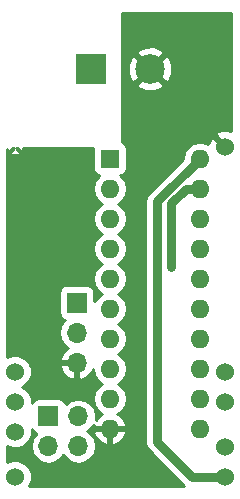
<source format=gbl>
G04 #@! TF.FileFunction,Copper,L2,Bot,Signal*
%FSLAX46Y46*%
G04 Gerber Fmt 4.6, Leading zero omitted, Abs format (unit mm)*
G04 Created by KiCad (PCBNEW 4.0.6+dfsg1-1) date Thu Mar 15 12:52:20 2018*
%MOMM*%
%LPD*%
G01*
G04 APERTURE LIST*
%ADD10C,0.100000*%
%ADD11R,1.700000X1.700000*%
%ADD12O,1.700000X1.700000*%
%ADD13R,2.500000X2.500000*%
%ADD14C,2.500000*%
%ADD15C,1.524000*%
%ADD16C,0.100000*%
%ADD17R,1.600000X1.600000*%
%ADD18O,1.600000X1.600000*%
%ADD19C,0.600000*%
%ADD20C,0.750000*%
%ADD21C,0.254000*%
G04 APERTURE END LIST*
D10*
D11*
X152600000Y-98600000D03*
D12*
X155140000Y-98600000D03*
X152600000Y-101140000D03*
X155140000Y-101140000D03*
D13*
X156200000Y-69200000D03*
D14*
X161200000Y-69200000D03*
D11*
X155000000Y-89000000D03*
D12*
X155000000Y-91540000D03*
X155000000Y-94080000D03*
D15*
X167551100Y-103733600D03*
X167551100Y-101193600D03*
X167551100Y-97383600D03*
X167551100Y-94843600D03*
X149771100Y-103733600D03*
D16*
X149771100Y-75793600D03*
D15*
X167551100Y-75793600D03*
X149771100Y-99923600D03*
X149771100Y-97383600D03*
X149771100Y-94843600D03*
D17*
X157800000Y-76800000D03*
D18*
X165420000Y-99660000D03*
X157800000Y-79340000D03*
X165420000Y-97120000D03*
X157800000Y-81880000D03*
X165420000Y-94580000D03*
X157800000Y-84420000D03*
X165420000Y-92040000D03*
X157800000Y-86960000D03*
X165420000Y-89500000D03*
X157800000Y-89500000D03*
X165420000Y-86960000D03*
X157800000Y-92040000D03*
X165420000Y-84420000D03*
X157800000Y-94580000D03*
X165420000Y-81880000D03*
X157800000Y-97120000D03*
X165420000Y-79340000D03*
X157800000Y-99660000D03*
X165420000Y-76800000D03*
D19*
X150400000Y-86800000D03*
X150400000Y-85400000D03*
X150400000Y-84200000D03*
X150400000Y-83000000D03*
X163000000Y-86000000D03*
D20*
X165420000Y-76800000D02*
X165400000Y-76800000D01*
X165400000Y-76800000D02*
X161800000Y-80400000D01*
X161800000Y-80400000D02*
X161800000Y-100800000D01*
X161800000Y-100800000D02*
X164733600Y-103733600D01*
X164733600Y-103733600D02*
X167551100Y-103733600D01*
X164260000Y-79340000D02*
X165420000Y-79340000D01*
X163000000Y-80600000D02*
X164260000Y-79340000D01*
X163000000Y-86000000D02*
X163000000Y-80600000D01*
D21*
G36*
X168090000Y-74502617D02*
X167758798Y-74384456D01*
X167203732Y-74412238D01*
X166819957Y-74571203D01*
X166750492Y-74813387D01*
X167551100Y-75613995D01*
X167565243Y-75599853D01*
X167744848Y-75779458D01*
X167730705Y-75793600D01*
X167744848Y-75807743D01*
X167565243Y-75987348D01*
X167551100Y-75973205D01*
X167536958Y-75987348D01*
X167357353Y-75807743D01*
X167371495Y-75793600D01*
X166570887Y-74992992D01*
X166328703Y-75062457D01*
X166146274Y-75573799D01*
X165997264Y-75474233D01*
X165448113Y-75365000D01*
X165391887Y-75365000D01*
X164842736Y-75474233D01*
X164377189Y-75785302D01*
X164066120Y-76250849D01*
X163956887Y-76800000D01*
X163959335Y-76812309D01*
X161085822Y-79685822D01*
X160866882Y-80013490D01*
X160790000Y-80400000D01*
X160790000Y-100800000D01*
X160866882Y-101186510D01*
X161085822Y-101514178D01*
X164019422Y-104447778D01*
X164082612Y-104490000D01*
X150969665Y-104490000D01*
X151167857Y-104012700D01*
X151168342Y-103456939D01*
X150956110Y-102943297D01*
X150563470Y-102549971D01*
X150050200Y-102336843D01*
X149494439Y-102336358D01*
X149110000Y-102495205D01*
X149110000Y-101161737D01*
X149492000Y-101320357D01*
X150047761Y-101320842D01*
X150561403Y-101108610D01*
X150954729Y-100715970D01*
X151167857Y-100202700D01*
X151168279Y-99718638D01*
X151285910Y-99901441D01*
X151498110Y-100046431D01*
X151565541Y-100060086D01*
X151520853Y-100089946D01*
X151198946Y-100571715D01*
X151085907Y-101140000D01*
X151198946Y-101708285D01*
X151520853Y-102190054D01*
X152002622Y-102511961D01*
X152570907Y-102625000D01*
X152629093Y-102625000D01*
X153197378Y-102511961D01*
X153679147Y-102190054D01*
X153870000Y-101904422D01*
X154060853Y-102190054D01*
X154542622Y-102511961D01*
X155110907Y-102625000D01*
X155169093Y-102625000D01*
X155737378Y-102511961D01*
X156219147Y-102190054D01*
X156541054Y-101708285D01*
X156654093Y-101140000D01*
X156541054Y-100571715D01*
X156219147Y-100089946D01*
X156098061Y-100009039D01*
X156408096Y-100009039D01*
X156568959Y-100397423D01*
X156944866Y-100812389D01*
X157450959Y-101051914D01*
X157673000Y-100930629D01*
X157673000Y-99787000D01*
X157927000Y-99787000D01*
X157927000Y-100930629D01*
X158149041Y-101051914D01*
X158655134Y-100812389D01*
X159031041Y-100397423D01*
X159191904Y-100009039D01*
X159069915Y-99787000D01*
X157927000Y-99787000D01*
X157673000Y-99787000D01*
X156530085Y-99787000D01*
X156408096Y-100009039D01*
X156098061Y-100009039D01*
X155889974Y-99870000D01*
X156219147Y-99650054D01*
X156425073Y-99341863D01*
X156530085Y-99533000D01*
X157673000Y-99533000D01*
X157673000Y-99513000D01*
X157927000Y-99513000D01*
X157927000Y-99533000D01*
X159069915Y-99533000D01*
X159191904Y-99310961D01*
X159031041Y-98922577D01*
X158655134Y-98507611D01*
X158438297Y-98404986D01*
X158842811Y-98134698D01*
X159153880Y-97669151D01*
X159263113Y-97120000D01*
X159153880Y-96570849D01*
X158842811Y-96105302D01*
X158460725Y-95850000D01*
X158842811Y-95594698D01*
X159153880Y-95129151D01*
X159263113Y-94580000D01*
X159153880Y-94030849D01*
X158842811Y-93565302D01*
X158460725Y-93310000D01*
X158842811Y-93054698D01*
X159153880Y-92589151D01*
X159263113Y-92040000D01*
X159153880Y-91490849D01*
X158842811Y-91025302D01*
X158460725Y-90770000D01*
X158842811Y-90514698D01*
X159153880Y-90049151D01*
X159263113Y-89500000D01*
X159153880Y-88950849D01*
X158842811Y-88485302D01*
X158460725Y-88230000D01*
X158842811Y-87974698D01*
X159153880Y-87509151D01*
X159263113Y-86960000D01*
X159153880Y-86410849D01*
X158842811Y-85945302D01*
X158460725Y-85690000D01*
X158842811Y-85434698D01*
X159153880Y-84969151D01*
X159263113Y-84420000D01*
X159153880Y-83870849D01*
X158842811Y-83405302D01*
X158460725Y-83150000D01*
X158842811Y-82894698D01*
X159153880Y-82429151D01*
X159263113Y-81880000D01*
X159153880Y-81330849D01*
X158842811Y-80865302D01*
X158460725Y-80610000D01*
X158842811Y-80354698D01*
X159153880Y-79889151D01*
X159263113Y-79340000D01*
X159153880Y-78790849D01*
X158842811Y-78325302D01*
X158698535Y-78228899D01*
X158835317Y-78203162D01*
X159051441Y-78064090D01*
X159196431Y-77851890D01*
X159247440Y-77600000D01*
X159247440Y-76000000D01*
X159203162Y-75764683D01*
X159064090Y-75548559D01*
X158851890Y-75403569D01*
X158827000Y-75398529D01*
X158827000Y-70533320D01*
X160046285Y-70533320D01*
X160175533Y-70826123D01*
X160875806Y-71094388D01*
X161625435Y-71074250D01*
X162224467Y-70826123D01*
X162353715Y-70533320D01*
X161200000Y-69379605D01*
X160046285Y-70533320D01*
X158827000Y-70533320D01*
X158827000Y-68875806D01*
X159305612Y-68875806D01*
X159325750Y-69625435D01*
X159573877Y-70224467D01*
X159866680Y-70353715D01*
X161020395Y-69200000D01*
X161379605Y-69200000D01*
X162533320Y-70353715D01*
X162826123Y-70224467D01*
X163094388Y-69524194D01*
X163074250Y-68774565D01*
X162826123Y-68175533D01*
X162533320Y-68046285D01*
X161379605Y-69200000D01*
X161020395Y-69200000D01*
X159866680Y-68046285D01*
X159573877Y-68175533D01*
X159305612Y-68875806D01*
X158827000Y-68875806D01*
X158827000Y-67866680D01*
X160046285Y-67866680D01*
X161200000Y-69020395D01*
X162353715Y-67866680D01*
X162224467Y-67573877D01*
X161524194Y-67305612D01*
X160774565Y-67325750D01*
X160175533Y-67573877D01*
X160046285Y-67866680D01*
X158827000Y-67866680D01*
X158827000Y-64510000D01*
X168090000Y-64510000D01*
X168090000Y-74502617D01*
X168090000Y-74502617D01*
G37*
X168090000Y-74502617D02*
X167758798Y-74384456D01*
X167203732Y-74412238D01*
X166819957Y-74571203D01*
X166750492Y-74813387D01*
X167551100Y-75613995D01*
X167565243Y-75599853D01*
X167744848Y-75779458D01*
X167730705Y-75793600D01*
X167744848Y-75807743D01*
X167565243Y-75987348D01*
X167551100Y-75973205D01*
X167536958Y-75987348D01*
X167357353Y-75807743D01*
X167371495Y-75793600D01*
X166570887Y-74992992D01*
X166328703Y-75062457D01*
X166146274Y-75573799D01*
X165997264Y-75474233D01*
X165448113Y-75365000D01*
X165391887Y-75365000D01*
X164842736Y-75474233D01*
X164377189Y-75785302D01*
X164066120Y-76250849D01*
X163956887Y-76800000D01*
X163959335Y-76812309D01*
X161085822Y-79685822D01*
X160866882Y-80013490D01*
X160790000Y-80400000D01*
X160790000Y-100800000D01*
X160866882Y-101186510D01*
X161085822Y-101514178D01*
X164019422Y-104447778D01*
X164082612Y-104490000D01*
X150969665Y-104490000D01*
X151167857Y-104012700D01*
X151168342Y-103456939D01*
X150956110Y-102943297D01*
X150563470Y-102549971D01*
X150050200Y-102336843D01*
X149494439Y-102336358D01*
X149110000Y-102495205D01*
X149110000Y-101161737D01*
X149492000Y-101320357D01*
X150047761Y-101320842D01*
X150561403Y-101108610D01*
X150954729Y-100715970D01*
X151167857Y-100202700D01*
X151168279Y-99718638D01*
X151285910Y-99901441D01*
X151498110Y-100046431D01*
X151565541Y-100060086D01*
X151520853Y-100089946D01*
X151198946Y-100571715D01*
X151085907Y-101140000D01*
X151198946Y-101708285D01*
X151520853Y-102190054D01*
X152002622Y-102511961D01*
X152570907Y-102625000D01*
X152629093Y-102625000D01*
X153197378Y-102511961D01*
X153679147Y-102190054D01*
X153870000Y-101904422D01*
X154060853Y-102190054D01*
X154542622Y-102511961D01*
X155110907Y-102625000D01*
X155169093Y-102625000D01*
X155737378Y-102511961D01*
X156219147Y-102190054D01*
X156541054Y-101708285D01*
X156654093Y-101140000D01*
X156541054Y-100571715D01*
X156219147Y-100089946D01*
X156098061Y-100009039D01*
X156408096Y-100009039D01*
X156568959Y-100397423D01*
X156944866Y-100812389D01*
X157450959Y-101051914D01*
X157673000Y-100930629D01*
X157673000Y-99787000D01*
X157927000Y-99787000D01*
X157927000Y-100930629D01*
X158149041Y-101051914D01*
X158655134Y-100812389D01*
X159031041Y-100397423D01*
X159191904Y-100009039D01*
X159069915Y-99787000D01*
X157927000Y-99787000D01*
X157673000Y-99787000D01*
X156530085Y-99787000D01*
X156408096Y-100009039D01*
X156098061Y-100009039D01*
X155889974Y-99870000D01*
X156219147Y-99650054D01*
X156425073Y-99341863D01*
X156530085Y-99533000D01*
X157673000Y-99533000D01*
X157673000Y-99513000D01*
X157927000Y-99513000D01*
X157927000Y-99533000D01*
X159069915Y-99533000D01*
X159191904Y-99310961D01*
X159031041Y-98922577D01*
X158655134Y-98507611D01*
X158438297Y-98404986D01*
X158842811Y-98134698D01*
X159153880Y-97669151D01*
X159263113Y-97120000D01*
X159153880Y-96570849D01*
X158842811Y-96105302D01*
X158460725Y-95850000D01*
X158842811Y-95594698D01*
X159153880Y-95129151D01*
X159263113Y-94580000D01*
X159153880Y-94030849D01*
X158842811Y-93565302D01*
X158460725Y-93310000D01*
X158842811Y-93054698D01*
X159153880Y-92589151D01*
X159263113Y-92040000D01*
X159153880Y-91490849D01*
X158842811Y-91025302D01*
X158460725Y-90770000D01*
X158842811Y-90514698D01*
X159153880Y-90049151D01*
X159263113Y-89500000D01*
X159153880Y-88950849D01*
X158842811Y-88485302D01*
X158460725Y-88230000D01*
X158842811Y-87974698D01*
X159153880Y-87509151D01*
X159263113Y-86960000D01*
X159153880Y-86410849D01*
X158842811Y-85945302D01*
X158460725Y-85690000D01*
X158842811Y-85434698D01*
X159153880Y-84969151D01*
X159263113Y-84420000D01*
X159153880Y-83870849D01*
X158842811Y-83405302D01*
X158460725Y-83150000D01*
X158842811Y-82894698D01*
X159153880Y-82429151D01*
X159263113Y-81880000D01*
X159153880Y-81330849D01*
X158842811Y-80865302D01*
X158460725Y-80610000D01*
X158842811Y-80354698D01*
X159153880Y-79889151D01*
X159263113Y-79340000D01*
X159153880Y-78790849D01*
X158842811Y-78325302D01*
X158698535Y-78228899D01*
X158835317Y-78203162D01*
X159051441Y-78064090D01*
X159196431Y-77851890D01*
X159247440Y-77600000D01*
X159247440Y-76000000D01*
X159203162Y-75764683D01*
X159064090Y-75548559D01*
X158851890Y-75403569D01*
X158827000Y-75398529D01*
X158827000Y-70533320D01*
X160046285Y-70533320D01*
X160175533Y-70826123D01*
X160875806Y-71094388D01*
X161625435Y-71074250D01*
X162224467Y-70826123D01*
X162353715Y-70533320D01*
X161200000Y-69379605D01*
X160046285Y-70533320D01*
X158827000Y-70533320D01*
X158827000Y-68875806D01*
X159305612Y-68875806D01*
X159325750Y-69625435D01*
X159573877Y-70224467D01*
X159866680Y-70353715D01*
X161020395Y-69200000D01*
X161379605Y-69200000D01*
X162533320Y-70353715D01*
X162826123Y-70224467D01*
X163094388Y-69524194D01*
X163074250Y-68774565D01*
X162826123Y-68175533D01*
X162533320Y-68046285D01*
X161379605Y-69200000D01*
X161020395Y-69200000D01*
X159866680Y-68046285D01*
X159573877Y-68175533D01*
X159305612Y-68875806D01*
X158827000Y-68875806D01*
X158827000Y-67866680D01*
X160046285Y-67866680D01*
X161200000Y-69020395D01*
X162353715Y-67866680D01*
X162224467Y-67573877D01*
X161524194Y-67305612D01*
X160774565Y-67325750D01*
X160175533Y-67573877D01*
X160046285Y-67866680D01*
X158827000Y-67866680D01*
X158827000Y-64510000D01*
X168090000Y-64510000D01*
X168090000Y-74502617D01*
G36*
X149407583Y-76192473D02*
X149381068Y-76372966D01*
X149632470Y-76478123D01*
X149904979Y-76479069D01*
X150157105Y-76375658D01*
X150161132Y-76372966D01*
X150134617Y-76192473D01*
X149869145Y-75927000D01*
X149939855Y-75927000D01*
X150169973Y-76157117D01*
X150350466Y-76183632D01*
X150455623Y-75932230D01*
X150455641Y-75927000D01*
X156367343Y-75927000D01*
X156352560Y-76000000D01*
X156352560Y-77600000D01*
X156396838Y-77835317D01*
X156535910Y-78051441D01*
X156748110Y-78196431D01*
X156903089Y-78227815D01*
X156757189Y-78325302D01*
X156446120Y-78790849D01*
X156336887Y-79340000D01*
X156446120Y-79889151D01*
X156757189Y-80354698D01*
X157139275Y-80610000D01*
X156757189Y-80865302D01*
X156446120Y-81330849D01*
X156336887Y-81880000D01*
X156446120Y-82429151D01*
X156757189Y-82894698D01*
X157139275Y-83150000D01*
X156757189Y-83405302D01*
X156446120Y-83870849D01*
X156336887Y-84420000D01*
X156446120Y-84969151D01*
X156757189Y-85434698D01*
X157139275Y-85690000D01*
X156757189Y-85945302D01*
X156446120Y-86410849D01*
X156336887Y-86960000D01*
X156446120Y-87509151D01*
X156757189Y-87974698D01*
X157139275Y-88230000D01*
X156757189Y-88485302D01*
X156497440Y-88874043D01*
X156497440Y-88150000D01*
X156453162Y-87914683D01*
X156314090Y-87698559D01*
X156101890Y-87553569D01*
X155850000Y-87502560D01*
X154150000Y-87502560D01*
X153914683Y-87546838D01*
X153698559Y-87685910D01*
X153553569Y-87898110D01*
X153502560Y-88150000D01*
X153502560Y-89850000D01*
X153546838Y-90085317D01*
X153685910Y-90301441D01*
X153898110Y-90446431D01*
X153965541Y-90460086D01*
X153920853Y-90489946D01*
X153598946Y-90971715D01*
X153485907Y-91540000D01*
X153598946Y-92108285D01*
X153920853Y-92590054D01*
X154261553Y-92817702D01*
X154118642Y-92884817D01*
X153728355Y-93313076D01*
X153558524Y-93723110D01*
X153679845Y-93953000D01*
X154873000Y-93953000D01*
X154873000Y-93933000D01*
X155127000Y-93933000D01*
X155127000Y-93953000D01*
X155147000Y-93953000D01*
X155147000Y-94207000D01*
X155127000Y-94207000D01*
X155127000Y-95400819D01*
X155356892Y-95521486D01*
X155881358Y-95275183D01*
X156271645Y-94846924D01*
X156351589Y-94653911D01*
X156446120Y-95129151D01*
X156757189Y-95594698D01*
X157139275Y-95850000D01*
X156757189Y-96105302D01*
X156446120Y-96570849D01*
X156336887Y-97120000D01*
X156446120Y-97669151D01*
X156757189Y-98134698D01*
X157161703Y-98404986D01*
X156944866Y-98507611D01*
X156595828Y-98892916D01*
X156654093Y-98600000D01*
X156541054Y-98031715D01*
X156219147Y-97549946D01*
X155737378Y-97228039D01*
X155169093Y-97115000D01*
X155110907Y-97115000D01*
X154542622Y-97228039D01*
X154060853Y-97549946D01*
X154060029Y-97551179D01*
X154053162Y-97514683D01*
X153914090Y-97298559D01*
X153701890Y-97153569D01*
X153450000Y-97102560D01*
X151750000Y-97102560D01*
X151514683Y-97146838D01*
X151298559Y-97285910D01*
X151168019Y-97476962D01*
X151168342Y-97106939D01*
X150956110Y-96593297D01*
X150563470Y-96199971D01*
X150355588Y-96113651D01*
X150561403Y-96028610D01*
X150954729Y-95635970D01*
X151167857Y-95122700D01*
X151168342Y-94566939D01*
X151114607Y-94436890D01*
X153558524Y-94436890D01*
X153728355Y-94846924D01*
X154118642Y-95275183D01*
X154643108Y-95521486D01*
X154873000Y-95400819D01*
X154873000Y-94207000D01*
X153679845Y-94207000D01*
X153558524Y-94436890D01*
X151114607Y-94436890D01*
X150956110Y-94053297D01*
X150563470Y-93659971D01*
X150050200Y-93446843D01*
X149494439Y-93446358D01*
X149110000Y-93605205D01*
X149110000Y-75986893D01*
X149189042Y-76179605D01*
X149191734Y-76183632D01*
X149372227Y-76157117D01*
X149602345Y-75927000D01*
X149673055Y-75927000D01*
X149407583Y-76192473D01*
X149407583Y-76192473D01*
G37*
X149407583Y-76192473D02*
X149381068Y-76372966D01*
X149632470Y-76478123D01*
X149904979Y-76479069D01*
X150157105Y-76375658D01*
X150161132Y-76372966D01*
X150134617Y-76192473D01*
X149869145Y-75927000D01*
X149939855Y-75927000D01*
X150169973Y-76157117D01*
X150350466Y-76183632D01*
X150455623Y-75932230D01*
X150455641Y-75927000D01*
X156367343Y-75927000D01*
X156352560Y-76000000D01*
X156352560Y-77600000D01*
X156396838Y-77835317D01*
X156535910Y-78051441D01*
X156748110Y-78196431D01*
X156903089Y-78227815D01*
X156757189Y-78325302D01*
X156446120Y-78790849D01*
X156336887Y-79340000D01*
X156446120Y-79889151D01*
X156757189Y-80354698D01*
X157139275Y-80610000D01*
X156757189Y-80865302D01*
X156446120Y-81330849D01*
X156336887Y-81880000D01*
X156446120Y-82429151D01*
X156757189Y-82894698D01*
X157139275Y-83150000D01*
X156757189Y-83405302D01*
X156446120Y-83870849D01*
X156336887Y-84420000D01*
X156446120Y-84969151D01*
X156757189Y-85434698D01*
X157139275Y-85690000D01*
X156757189Y-85945302D01*
X156446120Y-86410849D01*
X156336887Y-86960000D01*
X156446120Y-87509151D01*
X156757189Y-87974698D01*
X157139275Y-88230000D01*
X156757189Y-88485302D01*
X156497440Y-88874043D01*
X156497440Y-88150000D01*
X156453162Y-87914683D01*
X156314090Y-87698559D01*
X156101890Y-87553569D01*
X155850000Y-87502560D01*
X154150000Y-87502560D01*
X153914683Y-87546838D01*
X153698559Y-87685910D01*
X153553569Y-87898110D01*
X153502560Y-88150000D01*
X153502560Y-89850000D01*
X153546838Y-90085317D01*
X153685910Y-90301441D01*
X153898110Y-90446431D01*
X153965541Y-90460086D01*
X153920853Y-90489946D01*
X153598946Y-90971715D01*
X153485907Y-91540000D01*
X153598946Y-92108285D01*
X153920853Y-92590054D01*
X154261553Y-92817702D01*
X154118642Y-92884817D01*
X153728355Y-93313076D01*
X153558524Y-93723110D01*
X153679845Y-93953000D01*
X154873000Y-93953000D01*
X154873000Y-93933000D01*
X155127000Y-93933000D01*
X155127000Y-93953000D01*
X155147000Y-93953000D01*
X155147000Y-94207000D01*
X155127000Y-94207000D01*
X155127000Y-95400819D01*
X155356892Y-95521486D01*
X155881358Y-95275183D01*
X156271645Y-94846924D01*
X156351589Y-94653911D01*
X156446120Y-95129151D01*
X156757189Y-95594698D01*
X157139275Y-95850000D01*
X156757189Y-96105302D01*
X156446120Y-96570849D01*
X156336887Y-97120000D01*
X156446120Y-97669151D01*
X156757189Y-98134698D01*
X157161703Y-98404986D01*
X156944866Y-98507611D01*
X156595828Y-98892916D01*
X156654093Y-98600000D01*
X156541054Y-98031715D01*
X156219147Y-97549946D01*
X155737378Y-97228039D01*
X155169093Y-97115000D01*
X155110907Y-97115000D01*
X154542622Y-97228039D01*
X154060853Y-97549946D01*
X154060029Y-97551179D01*
X154053162Y-97514683D01*
X153914090Y-97298559D01*
X153701890Y-97153569D01*
X153450000Y-97102560D01*
X151750000Y-97102560D01*
X151514683Y-97146838D01*
X151298559Y-97285910D01*
X151168019Y-97476962D01*
X151168342Y-97106939D01*
X150956110Y-96593297D01*
X150563470Y-96199971D01*
X150355588Y-96113651D01*
X150561403Y-96028610D01*
X150954729Y-95635970D01*
X151167857Y-95122700D01*
X151168342Y-94566939D01*
X151114607Y-94436890D01*
X153558524Y-94436890D01*
X153728355Y-94846924D01*
X154118642Y-95275183D01*
X154643108Y-95521486D01*
X154873000Y-95400819D01*
X154873000Y-94207000D01*
X153679845Y-94207000D01*
X153558524Y-94436890D01*
X151114607Y-94436890D01*
X150956110Y-94053297D01*
X150563470Y-93659971D01*
X150050200Y-93446843D01*
X149494439Y-93446358D01*
X149110000Y-93605205D01*
X149110000Y-75986893D01*
X149189042Y-76179605D01*
X149191734Y-76183632D01*
X149372227Y-76157117D01*
X149602345Y-75927000D01*
X149673055Y-75927000D01*
X149407583Y-76192473D01*
M02*

</source>
